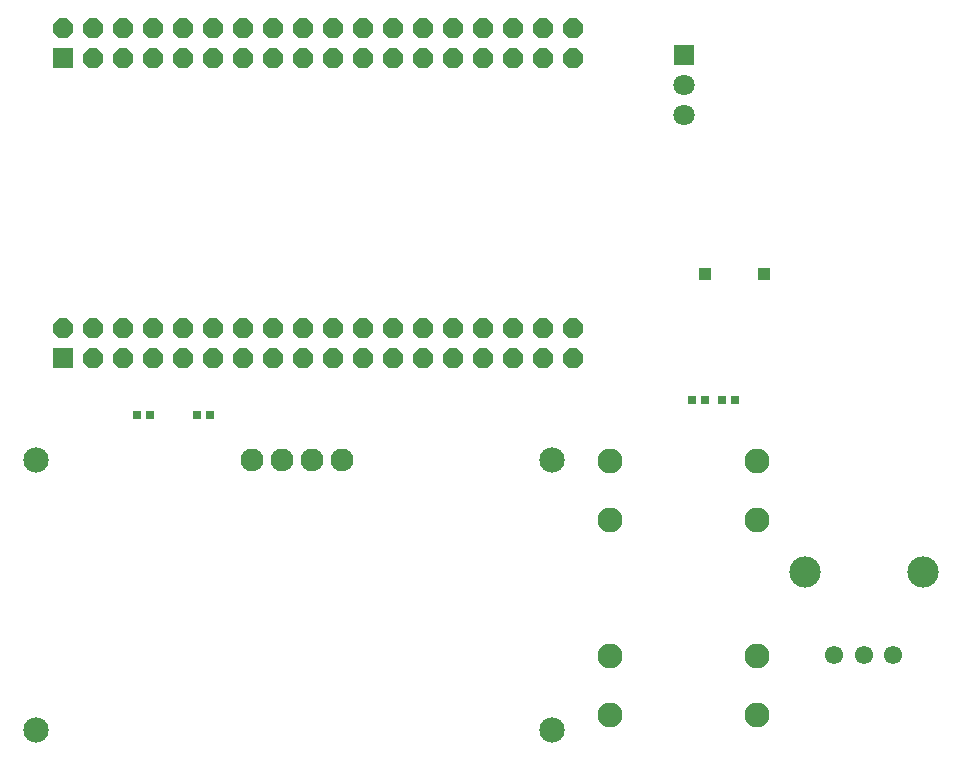
<source format=gbr>
G04 EAGLE Gerber RS-274X export*
G75*
%MOMM*%
%FSLAX34Y34*%
%LPD*%
%INSoldermask Top*%
%IPPOS*%
%AMOC8*
5,1,8,0,0,1.08239X$1,22.5*%
G01*
%ADD10R,1.676400X1.676400*%
%ADD11P,1.814519X8X22.500000*%
%ADD12C,2.152400*%
%ADD13C,1.930400*%
%ADD14R,1.057200X1.057200*%
%ADD15C,1.552400*%
%ADD16C,2.652400*%
%ADD17C,2.112400*%
%ADD18R,1.803400X1.803400*%
%ADD19C,1.803400*%
%ADD20R,0.762000X0.660400*%


D10*
X71800Y365500D03*
D11*
X71800Y390900D03*
X97200Y365500D03*
X97200Y390900D03*
X122600Y365500D03*
X122600Y390900D03*
X148000Y365500D03*
X148000Y390900D03*
X173400Y365500D03*
X173400Y390900D03*
X198800Y365500D03*
X198800Y390900D03*
X224200Y365500D03*
X224200Y390900D03*
X249600Y365500D03*
X249600Y390900D03*
X275000Y365500D03*
X275000Y390900D03*
X300400Y365500D03*
X300400Y390900D03*
X325800Y365500D03*
X325800Y390900D03*
X351200Y365500D03*
X351200Y390900D03*
X376600Y365500D03*
X376600Y390900D03*
X402000Y365500D03*
X402000Y390900D03*
X427400Y365500D03*
X427400Y390900D03*
X452800Y365500D03*
X452800Y390900D03*
X478200Y365500D03*
X478200Y390900D03*
X503600Y365500D03*
X503600Y390900D03*
D10*
X71800Y619500D03*
D11*
X71800Y644900D03*
X97200Y619500D03*
X97200Y644900D03*
X122600Y619500D03*
X122600Y644900D03*
X148000Y619500D03*
X148000Y644900D03*
X173400Y619500D03*
X173400Y644900D03*
X198800Y619500D03*
X198800Y644900D03*
X224200Y619500D03*
X224200Y644900D03*
X249600Y619500D03*
X249600Y644900D03*
X275000Y619500D03*
X275000Y644900D03*
X300400Y619500D03*
X300400Y644900D03*
X325800Y619500D03*
X325800Y644900D03*
X351200Y619500D03*
X351200Y644900D03*
X376600Y619500D03*
X376600Y644900D03*
X402000Y619500D03*
X402000Y644900D03*
X427400Y619500D03*
X427400Y644900D03*
X452800Y619500D03*
X452800Y644900D03*
X478200Y619500D03*
X478200Y644900D03*
X503600Y619500D03*
X503600Y644900D03*
D12*
X48260Y50800D03*
X485140Y50800D03*
X48260Y279400D03*
X485140Y279400D03*
D13*
X231140Y279400D03*
X256540Y279400D03*
X281940Y279400D03*
X307340Y279400D03*
D14*
X614600Y436800D03*
X664600Y436800D03*
D15*
X724300Y114300D03*
X749300Y114300D03*
X774300Y114300D03*
D16*
X699300Y184300D03*
X799300Y184300D03*
D17*
X659400Y113900D03*
X659400Y63900D03*
X534400Y63900D03*
X534400Y113900D03*
D18*
X596900Y622300D03*
D19*
X596900Y596900D03*
X596900Y571500D03*
D20*
X604012Y330200D03*
X615188Y330200D03*
X134112Y317500D03*
X145288Y317500D03*
X184912Y317500D03*
X196088Y317500D03*
D17*
X659400Y279000D03*
X659400Y229000D03*
X534400Y229000D03*
X534400Y279000D03*
D20*
X629412Y330200D03*
X640588Y330200D03*
M02*

</source>
